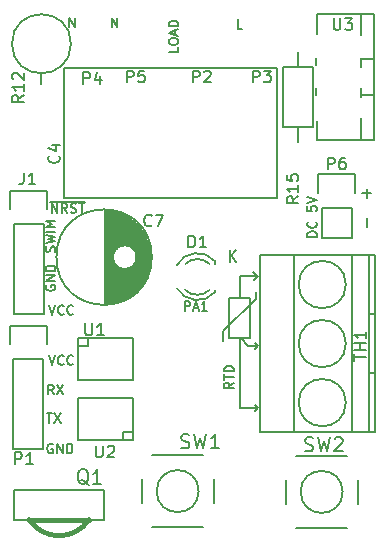
<source format=gto>
G04 #@! TF.FileFunction,Legend,Top*
%FSLAX46Y46*%
G04 Gerber Fmt 4.6, Leading zero omitted, Abs format (unit mm)*
G04 Created by KiCad (PCBNEW 4.0.2+e4-6225~38~ubuntu16.04.1-stable) date Tue 21 Jun 2016 12:08:32 PM HKT*
%MOMM*%
G01*
G04 APERTURE LIST*
%ADD10C,0.100000*%
%ADD11C,0.200000*%
%ADD12C,0.203200*%
%ADD13C,0.150000*%
%ADD14C,0.127000*%
%ADD15C,0.406400*%
G04 APERTURE END LIST*
D10*
D11*
X21272500Y10985500D02*
X21018500Y10731500D01*
X21272500Y10985500D02*
X21018500Y11239500D01*
X21272500Y16256000D02*
X21018500Y16002000D01*
X21272500Y16256000D02*
X21018500Y16510000D01*
X21272500Y22161500D02*
X20955000Y21844000D01*
X21209000Y22161500D02*
X20891500Y22479000D01*
X19221405Y13131857D02*
X18840452Y12865190D01*
X19221405Y12674714D02*
X18421405Y12674714D01*
X18421405Y12979476D01*
X18459500Y13055667D01*
X18497595Y13093762D01*
X18573786Y13131857D01*
X18688071Y13131857D01*
X18764262Y13093762D01*
X18802357Y13055667D01*
X18840452Y12979476D01*
X18840452Y12674714D01*
X18421405Y13360428D02*
X18421405Y13817571D01*
X19221405Y13589000D02*
X18421405Y13589000D01*
X19221405Y14084238D02*
X18421405Y14084238D01*
X18421405Y14274714D01*
X18459500Y14389000D01*
X18535690Y14465191D01*
X18611881Y14503286D01*
X18764262Y14541381D01*
X18878548Y14541381D01*
X19030929Y14503286D01*
X19107119Y14465191D01*
X19183310Y14389000D01*
X19221405Y14274714D01*
X19221405Y14084238D01*
X21082000Y20193000D02*
X21082000Y20764500D01*
X18351500Y17462500D02*
X18351500Y16637000D01*
X21082000Y20193000D02*
X18351500Y17462500D01*
X20447000Y16256000D02*
X21145500Y16256000D01*
X19812000Y16891000D02*
X20447000Y16256000D01*
X19748500Y10985500D02*
X21145500Y10985500D01*
X19748500Y16954500D02*
X19748500Y10985500D01*
X20574000Y20320000D02*
X19685000Y20320000D01*
X20574000Y16891000D02*
X20574000Y20320000D01*
X18859500Y16891000D02*
X20574000Y16891000D01*
X18859500Y20320000D02*
X18859500Y16891000D01*
X19748500Y20320000D02*
X18859500Y20320000D01*
X19748500Y22161500D02*
X19748500Y20320000D01*
X21272500Y22161500D02*
X19748500Y22161500D01*
X30487929Y26289048D02*
X30487929Y27050953D01*
X30487929Y28765548D02*
X30487929Y29527453D01*
X30868881Y29146501D02*
X30106976Y29146501D01*
X26269905Y25476405D02*
X25469905Y25476405D01*
X25469905Y25666881D01*
X25508000Y25781167D01*
X25584190Y25857358D01*
X25660381Y25895453D01*
X25812762Y25933548D01*
X25927048Y25933548D01*
X26079429Y25895453D01*
X26155619Y25857358D01*
X26231810Y25781167D01*
X26269905Y25666881D01*
X26269905Y25476405D01*
X26193714Y26733548D02*
X26231810Y26695453D01*
X26269905Y26581167D01*
X26269905Y26504977D01*
X26231810Y26390691D01*
X26155619Y26314500D01*
X26079429Y26276405D01*
X25927048Y26238310D01*
X25812762Y26238310D01*
X25660381Y26276405D01*
X25584190Y26314500D01*
X25508000Y26390691D01*
X25469905Y26504977D01*
X25469905Y26581167D01*
X25508000Y26695453D01*
X25546095Y26733548D01*
X25469905Y28066882D02*
X25469905Y27685929D01*
X25850857Y27647834D01*
X25812762Y27685929D01*
X25774667Y27762120D01*
X25774667Y27952596D01*
X25812762Y28028786D01*
X25850857Y28066882D01*
X25927048Y28104977D01*
X26117524Y28104977D01*
X26193714Y28066882D01*
X26231810Y28028786D01*
X26269905Y27952596D01*
X26269905Y27762120D01*
X26231810Y27685929D01*
X26193714Y27647834D01*
X25469905Y28333548D02*
X26269905Y28600215D01*
X25469905Y28866882D01*
X14522405Y41503715D02*
X14522405Y41122762D01*
X13722405Y41122762D01*
X13722405Y41922762D02*
X13722405Y42075143D01*
X13760500Y42151334D01*
X13836690Y42227524D01*
X13989071Y42265619D01*
X14255738Y42265619D01*
X14408119Y42227524D01*
X14484310Y42151334D01*
X14522405Y42075143D01*
X14522405Y41922762D01*
X14484310Y41846572D01*
X14408119Y41770381D01*
X14255738Y41732286D01*
X13989071Y41732286D01*
X13836690Y41770381D01*
X13760500Y41846572D01*
X13722405Y41922762D01*
X14293833Y42570381D02*
X14293833Y42951333D01*
X14522405Y42494190D02*
X13722405Y42760857D01*
X14522405Y43027524D01*
X14522405Y43294190D02*
X13722405Y43294190D01*
X13722405Y43484666D01*
X13760500Y43598952D01*
X13836690Y43675143D01*
X13912881Y43713238D01*
X14065262Y43751333D01*
X14179548Y43751333D01*
X14331929Y43713238D01*
X14408119Y43675143D01*
X14484310Y43598952D01*
X14522405Y43484666D01*
X14522405Y43294190D01*
X19932620Y43072095D02*
X19551667Y43072095D01*
X19551667Y43872095D01*
X5295929Y43199095D02*
X5295929Y43999095D01*
X5753072Y43199095D01*
X5753072Y43999095D01*
X8915429Y43199095D02*
X8915429Y43999095D01*
X9372572Y43199095D01*
X9372572Y43999095D01*
X15068667Y19196095D02*
X15068667Y19996095D01*
X15373429Y19996095D01*
X15449620Y19958000D01*
X15487715Y19919905D01*
X15525810Y19843714D01*
X15525810Y19729429D01*
X15487715Y19653238D01*
X15449620Y19615143D01*
X15373429Y19577048D01*
X15068667Y19577048D01*
X15830572Y19424667D02*
X16211524Y19424667D01*
X15754381Y19196095D02*
X16021048Y19996095D01*
X16287715Y19196095D01*
X16973429Y19196095D02*
X16516286Y19196095D01*
X16744857Y19196095D02*
X16744857Y19996095D01*
X16668667Y19881810D01*
X16592476Y19805619D01*
X16516286Y19767524D01*
X3829214Y27514595D02*
X3829214Y28314595D01*
X4286357Y27514595D01*
X4286357Y28314595D01*
X5124452Y27514595D02*
X4857785Y27895548D01*
X4667309Y27514595D02*
X4667309Y28314595D01*
X4972071Y28314595D01*
X5048262Y28276500D01*
X5086357Y28238405D01*
X5124452Y28162214D01*
X5124452Y28047929D01*
X5086357Y27971738D01*
X5048262Y27933643D01*
X4972071Y27895548D01*
X4667309Y27895548D01*
X5429214Y27552690D02*
X5543500Y27514595D01*
X5733976Y27514595D01*
X5810166Y27552690D01*
X5848262Y27590786D01*
X5886357Y27666976D01*
X5886357Y27743167D01*
X5848262Y27819357D01*
X5810166Y27857452D01*
X5733976Y27895548D01*
X5581595Y27933643D01*
X5505404Y27971738D01*
X5467309Y28009833D01*
X5429214Y28086024D01*
X5429214Y28162214D01*
X5467309Y28238405D01*
X5505404Y28276500D01*
X5581595Y28314595D01*
X5772071Y28314595D01*
X5886357Y28276500D01*
X6114928Y28314595D02*
X6572071Y28314595D01*
X6343500Y27514595D02*
X6343500Y28314595D01*
X3638738Y28452500D02*
X6648262Y28452500D01*
X4070310Y24193667D02*
X4108405Y24307953D01*
X4108405Y24498429D01*
X4070310Y24574619D01*
X4032214Y24612715D01*
X3956024Y24650810D01*
X3879833Y24650810D01*
X3803643Y24612715D01*
X3765548Y24574619D01*
X3727452Y24498429D01*
X3689357Y24346048D01*
X3651262Y24269857D01*
X3613167Y24231762D01*
X3536976Y24193667D01*
X3460786Y24193667D01*
X3384595Y24231762D01*
X3346500Y24269857D01*
X3308405Y24346048D01*
X3308405Y24536524D01*
X3346500Y24650810D01*
X3308405Y24917477D02*
X4108405Y25107953D01*
X3536976Y25260334D01*
X4108405Y25412715D01*
X3308405Y25603191D01*
X4108405Y25907953D02*
X3308405Y25907953D01*
X4108405Y26288905D02*
X3308405Y26288905D01*
X3879833Y26555572D01*
X3308405Y26822239D01*
X4108405Y26822239D01*
X3346500Y21361477D02*
X3308405Y21285286D01*
X3308405Y21171001D01*
X3346500Y21056715D01*
X3422690Y20980524D01*
X3498881Y20942429D01*
X3651262Y20904334D01*
X3765548Y20904334D01*
X3917929Y20942429D01*
X3994119Y20980524D01*
X4070310Y21056715D01*
X4108405Y21171001D01*
X4108405Y21247191D01*
X4070310Y21361477D01*
X4032214Y21399572D01*
X3765548Y21399572D01*
X3765548Y21247191D01*
X4108405Y21742429D02*
X3308405Y21742429D01*
X4108405Y22199572D01*
X3308405Y22199572D01*
X4108405Y22580524D02*
X3308405Y22580524D01*
X3308405Y22771000D01*
X3346500Y22885286D01*
X3422690Y22961477D01*
X3498881Y22999572D01*
X3651262Y23037667D01*
X3765548Y23037667D01*
X3917929Y22999572D01*
X3994119Y22961477D01*
X4070310Y22885286D01*
X4108405Y22771000D01*
X4108405Y22580524D01*
X3568833Y19678595D02*
X3835500Y18878595D01*
X4102167Y19678595D01*
X4825976Y18954786D02*
X4787881Y18916690D01*
X4673595Y18878595D01*
X4597405Y18878595D01*
X4483119Y18916690D01*
X4406928Y18992881D01*
X4368833Y19069071D01*
X4330738Y19221452D01*
X4330738Y19335738D01*
X4368833Y19488119D01*
X4406928Y19564310D01*
X4483119Y19640500D01*
X4597405Y19678595D01*
X4673595Y19678595D01*
X4787881Y19640500D01*
X4825976Y19602405D01*
X5625976Y18954786D02*
X5587881Y18916690D01*
X5473595Y18878595D01*
X5397405Y18878595D01*
X5283119Y18916690D01*
X5206928Y18992881D01*
X5168833Y19069071D01*
X5130738Y19221452D01*
X5130738Y19335738D01*
X5168833Y19488119D01*
X5206928Y19564310D01*
X5283119Y19640500D01*
X5397405Y19678595D01*
X5473595Y19678595D01*
X5587881Y19640500D01*
X5625976Y19602405D01*
X3568833Y15424095D02*
X3835500Y14624095D01*
X4102167Y15424095D01*
X4825976Y14700286D02*
X4787881Y14662190D01*
X4673595Y14624095D01*
X4597405Y14624095D01*
X4483119Y14662190D01*
X4406928Y14738381D01*
X4368833Y14814571D01*
X4330738Y14966952D01*
X4330738Y15081238D01*
X4368833Y15233619D01*
X4406928Y15309810D01*
X4483119Y15386000D01*
X4597405Y15424095D01*
X4673595Y15424095D01*
X4787881Y15386000D01*
X4825976Y15347905D01*
X5625976Y14700286D02*
X5587881Y14662190D01*
X5473595Y14624095D01*
X5397405Y14624095D01*
X5283119Y14662190D01*
X5206928Y14738381D01*
X5168833Y14814571D01*
X5130738Y14966952D01*
X5130738Y15081238D01*
X5168833Y15233619D01*
X5206928Y15309810D01*
X5283119Y15386000D01*
X5397405Y15424095D01*
X5473595Y15424095D01*
X5587881Y15386000D01*
X5625976Y15347905D01*
X3994167Y12147595D02*
X3727500Y12528548D01*
X3537024Y12147595D02*
X3537024Y12947595D01*
X3841786Y12947595D01*
X3917977Y12909500D01*
X3956072Y12871405D01*
X3994167Y12795214D01*
X3994167Y12680929D01*
X3956072Y12604738D01*
X3917977Y12566643D01*
X3841786Y12528548D01*
X3537024Y12528548D01*
X4260834Y12947595D02*
X4794167Y12147595D01*
X4794167Y12947595D02*
X4260834Y12147595D01*
X3390976Y10534595D02*
X3848119Y10534595D01*
X3619548Y9734595D02*
X3619548Y10534595D01*
X4038596Y10534595D02*
X4571929Y9734595D01*
X4571929Y10534595D02*
X4038596Y9734595D01*
X3898977Y7893000D02*
X3822786Y7931095D01*
X3708501Y7931095D01*
X3594215Y7893000D01*
X3518024Y7816810D01*
X3479929Y7740619D01*
X3441834Y7588238D01*
X3441834Y7473952D01*
X3479929Y7321571D01*
X3518024Y7245381D01*
X3594215Y7169190D01*
X3708501Y7131095D01*
X3784691Y7131095D01*
X3898977Y7169190D01*
X3937072Y7207286D01*
X3937072Y7473952D01*
X3784691Y7473952D01*
X4279929Y7131095D02*
X4279929Y7931095D01*
X4737072Y7131095D01*
X4737072Y7931095D01*
X5118024Y7131095D02*
X5118024Y7931095D01*
X5308500Y7931095D01*
X5422786Y7893000D01*
X5498977Y7816810D01*
X5537072Y7740619D01*
X5575167Y7588238D01*
X5575167Y7473952D01*
X5537072Y7321571D01*
X5498977Y7245381D01*
X5422786Y7169190D01*
X5308500Y7131095D01*
X5118024Y7131095D01*
D12*
X28829000Y6922000D02*
X24511000Y6922000D01*
X24511000Y826000D02*
X28829000Y826000D01*
X29718000Y4872000D02*
X29718000Y2858000D01*
X23622000Y4902000D02*
X23622000Y2858000D01*
X28448000Y3874000D02*
G75*
G03X28448000Y3874000I-1778000J0D01*
G01*
X16637000Y6985000D02*
X12319000Y6985000D01*
X12319000Y889000D02*
X16637000Y889000D01*
X17526000Y4935000D02*
X17526000Y2921000D01*
X11430000Y4965000D02*
X11430000Y2921000D01*
X16256000Y3937000D02*
G75*
G03X16256000Y3937000I-1778000J0D01*
G01*
D13*
X22887000Y28739200D02*
X4887000Y28739200D01*
X4887000Y28739200D02*
X4887000Y39739200D01*
X4887000Y39739200D02*
X22887000Y39739200D01*
X22887000Y39739200D02*
X22887000Y28739200D01*
X8327000Y27748000D02*
X8327000Y19750000D01*
X8467000Y27743000D02*
X8467000Y19755000D01*
X8607000Y27733000D02*
X8607000Y19765000D01*
X8747000Y27718000D02*
X8747000Y19780000D01*
X8887000Y27698000D02*
X8887000Y19800000D01*
X9027000Y27673000D02*
X9027000Y23971000D01*
X9027000Y23527000D02*
X9027000Y19825000D01*
X9167000Y27643000D02*
X9167000Y24299000D01*
X9167000Y23199000D02*
X9167000Y19855000D01*
X9307000Y27607000D02*
X9307000Y24468000D01*
X9307000Y23030000D02*
X9307000Y19891000D01*
X9447000Y27566000D02*
X9447000Y24581000D01*
X9447000Y22917000D02*
X9447000Y19932000D01*
X9587000Y27520000D02*
X9587000Y24659000D01*
X9587000Y22839000D02*
X9587000Y19978000D01*
X9727000Y27467000D02*
X9727000Y24710000D01*
X9727000Y22788000D02*
X9727000Y20031000D01*
X9867000Y27408000D02*
X9867000Y24740000D01*
X9867000Y22758000D02*
X9867000Y20090000D01*
X10007000Y27343000D02*
X10007000Y24749000D01*
X10007000Y22749000D02*
X10007000Y20155000D01*
X10147000Y27272000D02*
X10147000Y24738000D01*
X10147000Y22760000D02*
X10147000Y20226000D01*
X10287000Y27193000D02*
X10287000Y24708000D01*
X10287000Y22790000D02*
X10287000Y20305000D01*
X10427000Y27106000D02*
X10427000Y24654000D01*
X10427000Y22844000D02*
X10427000Y20392000D01*
X10567000Y27011000D02*
X10567000Y24574000D01*
X10567000Y22924000D02*
X10567000Y20487000D01*
X10707000Y26907000D02*
X10707000Y24458000D01*
X10707000Y23040000D02*
X10707000Y20591000D01*
X10847000Y26793000D02*
X10847000Y24284000D01*
X10847000Y23214000D02*
X10847000Y20705000D01*
X10987000Y26668000D02*
X10987000Y23922000D01*
X10987000Y23576000D02*
X10987000Y20830000D01*
X11127000Y26530000D02*
X11127000Y20968000D01*
X11267000Y26378000D02*
X11267000Y21120000D01*
X11407000Y26208000D02*
X11407000Y21290000D01*
X11547000Y26017000D02*
X11547000Y21481000D01*
X11687000Y25799000D02*
X11687000Y21699000D01*
X11827000Y25543000D02*
X11827000Y21955000D01*
X11967000Y25232000D02*
X11967000Y22266000D01*
X12107000Y24816000D02*
X12107000Y22682000D01*
X12247000Y23949000D02*
X12247000Y23549000D01*
X11002000Y23749000D02*
G75*
G03X11002000Y23749000I-1000000J0D01*
G01*
X12289500Y23749000D02*
G75*
G03X12289500Y23749000I-4037500J0D01*
G01*
X17649000Y23386600D02*
X17649000Y23186600D01*
X17649000Y20792600D02*
X17649000Y20972600D01*
X14421256Y21102957D02*
G75*
G03X17649000Y20786600I1727744J1003643D01*
G01*
X15096994Y20973532D02*
G75*
G03X17200000Y20972600I1052006J1133068D01*
G01*
X17636220Y23413326D02*
G75*
G03X14399000Y23066600I-1497220J-1306726D01*
G01*
X17162889Y23185853D02*
G75*
G03X15115000Y23166600I-1013889J-1079253D01*
G01*
X584000Y26568400D02*
X584000Y18948400D01*
X3124000Y26568400D02*
X3124000Y18948400D01*
X3404000Y29388400D02*
X3404000Y27838400D01*
X584000Y18948400D02*
X3124000Y18948400D01*
X3124000Y26568400D02*
X584000Y26568400D01*
X304000Y27838400D02*
X304000Y29388400D01*
X304000Y29388400D02*
X3404000Y29388400D01*
X572000Y15113000D02*
X572000Y7493000D01*
X3112000Y15113000D02*
X3112000Y7493000D01*
X3392000Y17933000D02*
X3392000Y16383000D01*
X572000Y7493000D02*
X3112000Y7493000D01*
X3112000Y15113000D02*
X572000Y15113000D01*
X292000Y16383000D02*
X292000Y17933000D01*
X292000Y17933000D02*
X3392000Y17933000D01*
D14*
X635000Y1524000D02*
X1905000Y1524000D01*
D15*
X1905000Y1524000D02*
X6985000Y1524000D01*
D14*
X6985000Y1524000D02*
X8255000Y1524000D01*
X8255000Y1524000D02*
X8255000Y4064000D01*
X8255000Y4064000D02*
X635000Y4064000D01*
X635000Y4064000D02*
X635000Y1524000D01*
D15*
X1905000Y1524000D02*
G75*
G03X6985000Y1524000I2540000J1693200D01*
G01*
D13*
X2946000Y39418260D02*
X2946000Y38417500D01*
X5445360Y41818560D02*
G75*
G03X5445360Y41818560I-2499360J0D01*
G01*
X28719000Y21430000D02*
G75*
G03X28719000Y21430000I-2000000J0D01*
G01*
X30719000Y18930000D02*
X31219000Y18930000D01*
X30719000Y13930000D02*
X31219000Y13930000D01*
X28719000Y16430000D02*
G75*
G03X28719000Y16430000I-2000000J0D01*
G01*
X28719000Y11430000D02*
G75*
G03X28719000Y11430000I-2000000J0D01*
G01*
X29219000Y8930000D02*
X29219000Y23930000D01*
X24319000Y8930000D02*
X24319000Y23930000D01*
X30719000Y8930000D02*
X30719000Y23930000D01*
X31219000Y8930000D02*
X31219000Y23930000D01*
X31219000Y23930000D02*
X21419000Y23930000D01*
X21419000Y23930000D02*
X21419000Y8930000D01*
X21419000Y8930000D02*
X31219000Y8930000D01*
X6880860Y16913860D02*
X6880860Y16212820D01*
X6880860Y16212820D02*
X6080760Y16212820D01*
X10683240Y16913860D02*
X6080760Y16913860D01*
X6080760Y16913860D02*
X6080760Y13312140D01*
X6080760Y13312140D02*
X10683240Y13312140D01*
X10683240Y13312140D02*
X10683240Y16913860D01*
X9883140Y8232140D02*
X9883140Y8933180D01*
X9883140Y8933180D02*
X10683240Y8933180D01*
X6080760Y8232140D02*
X10683240Y8232140D01*
X10683240Y8232140D02*
X10683240Y11833860D01*
X10683240Y11833860D02*
X6080760Y11833860D01*
X6080760Y11833860D02*
X6080760Y8232140D01*
X29972000Y33655000D02*
X29972000Y35560000D01*
X29972000Y38100000D02*
X29972000Y37338000D01*
X29972000Y40513000D02*
X29972000Y40640000D01*
X29972000Y40513000D02*
X29972000Y39878000D01*
X29972000Y44323000D02*
X29972000Y42545000D01*
X26289000Y44323000D02*
X26289000Y42672000D01*
X26162000Y40005000D02*
X26162000Y40640000D01*
X26162000Y37465000D02*
X26162000Y38100000D01*
X26289000Y33655000D02*
X26289000Y35306000D01*
X31115000Y40513000D02*
X29972000Y40513000D01*
X31115000Y37465000D02*
X29972000Y37465000D01*
X29972000Y33655000D02*
X26289000Y33655000D01*
X26289000Y44323000D02*
X29972000Y44323000D01*
X31115000Y33655000D02*
X29972000Y33655000D01*
X29972000Y44323000D02*
X31115000Y44323000D01*
X31115000Y38989000D02*
X31115000Y44323000D01*
X31115000Y38989000D02*
X31115000Y33655000D01*
X29210000Y27940000D02*
X29210000Y25400000D01*
X29490000Y30760000D02*
X29490000Y29210000D01*
X29210000Y27940000D02*
X26670000Y27940000D01*
X26390000Y29210000D02*
X26390000Y30760000D01*
X26390000Y30760000D02*
X29490000Y30760000D01*
X26670000Y27940000D02*
X26670000Y25400000D01*
X26670000Y25400000D02*
X29210000Y25400000D01*
X25908000Y39878000D02*
X25908000Y34798000D01*
X25908000Y34798000D02*
X23368000Y34798000D01*
X23368000Y34798000D02*
X23368000Y39878000D01*
X23368000Y39878000D02*
X25908000Y39878000D01*
X24638000Y39878000D02*
X24638000Y41148000D01*
X24638000Y34798000D02*
X24638000Y33528000D01*
X10183905Y38536619D02*
X10183905Y39536619D01*
X10564858Y39536619D01*
X10660096Y39489000D01*
X10707715Y39441381D01*
X10755334Y39346143D01*
X10755334Y39203286D01*
X10707715Y39108048D01*
X10660096Y39060429D01*
X10564858Y39012810D01*
X10183905Y39012810D01*
X11660096Y39536619D02*
X11183905Y39536619D01*
X11136286Y39060429D01*
X11183905Y39108048D01*
X11279143Y39155667D01*
X11517239Y39155667D01*
X11612477Y39108048D01*
X11660096Y39060429D01*
X11707715Y38965190D01*
X11707715Y38727095D01*
X11660096Y38631857D01*
X11612477Y38584238D01*
X11517239Y38536619D01*
X11279143Y38536619D01*
X11183905Y38584238D01*
X11136286Y38631857D01*
D14*
X25248810Y7353905D02*
X25421167Y7296452D01*
X25708429Y7296452D01*
X25823333Y7353905D01*
X25880786Y7411357D01*
X25938238Y7526262D01*
X25938238Y7641167D01*
X25880786Y7756071D01*
X25823333Y7813524D01*
X25708429Y7870976D01*
X25478619Y7928429D01*
X25363714Y7985881D01*
X25306262Y8043333D01*
X25248810Y8158238D01*
X25248810Y8273143D01*
X25306262Y8388048D01*
X25363714Y8445500D01*
X25478619Y8502952D01*
X25765881Y8502952D01*
X25938238Y8445500D01*
X26340405Y8502952D02*
X26627667Y7296452D01*
X26857477Y8158238D01*
X27087286Y7296452D01*
X27374548Y8502952D01*
X27776715Y8388048D02*
X27834167Y8445500D01*
X27949072Y8502952D01*
X28236334Y8502952D01*
X28351238Y8445500D01*
X28408691Y8388048D01*
X28466143Y8273143D01*
X28466143Y8158238D01*
X28408691Y7985881D01*
X27719262Y7296452D01*
X28466143Y7296452D01*
X14771310Y7607905D02*
X14943667Y7550452D01*
X15230929Y7550452D01*
X15345833Y7607905D01*
X15403286Y7665357D01*
X15460738Y7780262D01*
X15460738Y7895167D01*
X15403286Y8010071D01*
X15345833Y8067524D01*
X15230929Y8124976D01*
X15001119Y8182429D01*
X14886214Y8239881D01*
X14828762Y8297333D01*
X14771310Y8412238D01*
X14771310Y8527143D01*
X14828762Y8642048D01*
X14886214Y8699500D01*
X15001119Y8756952D01*
X15288381Y8756952D01*
X15460738Y8699500D01*
X15862905Y8756952D02*
X16150167Y7550452D01*
X16379977Y8412238D01*
X16609786Y7550452D01*
X16897048Y8756952D01*
X17988643Y7550452D02*
X17299215Y7550452D01*
X17643929Y7550452D02*
X17643929Y8756952D01*
X17529024Y8584595D01*
X17414119Y8469690D01*
X17299215Y8412238D01*
D13*
X4421143Y32345334D02*
X4468762Y32297715D01*
X4516381Y32154858D01*
X4516381Y32059620D01*
X4468762Y31916762D01*
X4373524Y31821524D01*
X4278286Y31773905D01*
X4087810Y31726286D01*
X3944952Y31726286D01*
X3754476Y31773905D01*
X3659238Y31821524D01*
X3564000Y31916762D01*
X3516381Y32059620D01*
X3516381Y32154858D01*
X3564000Y32297715D01*
X3611619Y32345334D01*
X3849714Y33202477D02*
X4516381Y33202477D01*
X3468762Y32964381D02*
X4183048Y32726286D01*
X4183048Y33345334D01*
X12279334Y26439857D02*
X12231715Y26392238D01*
X12088858Y26344619D01*
X11993620Y26344619D01*
X11850762Y26392238D01*
X11755524Y26487476D01*
X11707905Y26582714D01*
X11660286Y26773190D01*
X11660286Y26916048D01*
X11707905Y27106524D01*
X11755524Y27201762D01*
X11850762Y27297000D01*
X11993620Y27344619D01*
X12088858Y27344619D01*
X12231715Y27297000D01*
X12279334Y27249381D01*
X12612667Y27344619D02*
X13279334Y27344619D01*
X12850762Y26344619D01*
X15390905Y24566619D02*
X15390905Y25566619D01*
X15629000Y25566619D01*
X15771858Y25519000D01*
X15867096Y25423762D01*
X15914715Y25328524D01*
X15962334Y25138048D01*
X15962334Y24995190D01*
X15914715Y24804714D01*
X15867096Y24709476D01*
X15771858Y24614238D01*
X15629000Y24566619D01*
X15390905Y24566619D01*
X16914715Y24566619D02*
X16343286Y24566619D01*
X16629000Y24566619D02*
X16629000Y25566619D01*
X16533762Y25423762D01*
X16438524Y25328524D01*
X16343286Y25280905D01*
X18878095Y23360219D02*
X18878095Y24360219D01*
X19449524Y23360219D02*
X19020952Y23931648D01*
X19449524Y24360219D02*
X18878095Y23788790D01*
X1444667Y30900619D02*
X1444667Y30186333D01*
X1397047Y30043476D01*
X1301809Y29948238D01*
X1158952Y29900619D01*
X1063714Y29900619D01*
X2444667Y29900619D02*
X1873238Y29900619D01*
X2158952Y29900619D02*
X2158952Y30900619D01*
X2063714Y30757762D01*
X1968476Y30662524D01*
X1873238Y30614905D01*
X722405Y6215119D02*
X722405Y7215119D01*
X1103358Y7215119D01*
X1198596Y7167500D01*
X1246215Y7119881D01*
X1293834Y7024643D01*
X1293834Y6881786D01*
X1246215Y6786548D01*
X1198596Y6738929D01*
X1103358Y6691310D01*
X722405Y6691310D01*
X2246215Y6215119D02*
X1674786Y6215119D01*
X1960500Y6215119D02*
X1960500Y7215119D01*
X1865262Y7072262D01*
X1770024Y6977024D01*
X1674786Y6929405D01*
X15771905Y38536619D02*
X15771905Y39536619D01*
X16152858Y39536619D01*
X16248096Y39489000D01*
X16295715Y39441381D01*
X16343334Y39346143D01*
X16343334Y39203286D01*
X16295715Y39108048D01*
X16248096Y39060429D01*
X16152858Y39012810D01*
X15771905Y39012810D01*
X16724286Y39441381D02*
X16771905Y39489000D01*
X16867143Y39536619D01*
X17105239Y39536619D01*
X17200477Y39489000D01*
X17248096Y39441381D01*
X17295715Y39346143D01*
X17295715Y39250905D01*
X17248096Y39108048D01*
X16676667Y38536619D01*
X17295715Y38536619D01*
X20851905Y38536619D02*
X20851905Y39536619D01*
X21232858Y39536619D01*
X21328096Y39489000D01*
X21375715Y39441381D01*
X21423334Y39346143D01*
X21423334Y39203286D01*
X21375715Y39108048D01*
X21328096Y39060429D01*
X21232858Y39012810D01*
X20851905Y39012810D01*
X21756667Y39536619D02*
X22375715Y39536619D01*
X22042381Y39155667D01*
X22185239Y39155667D01*
X22280477Y39108048D01*
X22328096Y39060429D01*
X22375715Y38965190D01*
X22375715Y38727095D01*
X22328096Y38631857D01*
X22280477Y38584238D01*
X22185239Y38536619D01*
X21899524Y38536619D01*
X21804286Y38584238D01*
X21756667Y38631857D01*
X6500905Y38409619D02*
X6500905Y39409619D01*
X6881858Y39409619D01*
X6977096Y39362000D01*
X7024715Y39314381D01*
X7072334Y39219143D01*
X7072334Y39076286D01*
X7024715Y38981048D01*
X6977096Y38933429D01*
X6881858Y38885810D01*
X6500905Y38885810D01*
X7929477Y39076286D02*
X7929477Y38409619D01*
X7691381Y39457238D02*
X7453286Y38742952D01*
X8072334Y38742952D01*
D14*
X6933595Y4451048D02*
X6818690Y4508500D01*
X6703786Y4623405D01*
X6531429Y4795762D01*
X6416524Y4853214D01*
X6301619Y4853214D01*
X6359071Y4565952D02*
X6244167Y4623405D01*
X6129262Y4738310D01*
X6071810Y4968119D01*
X6071810Y5370286D01*
X6129262Y5600095D01*
X6244167Y5715000D01*
X6359071Y5772452D01*
X6588881Y5772452D01*
X6703786Y5715000D01*
X6818690Y5600095D01*
X6876143Y5370286D01*
X6876143Y4968119D01*
X6818690Y4738310D01*
X6703786Y4623405D01*
X6588881Y4565952D01*
X6359071Y4565952D01*
X8025190Y4565952D02*
X7335762Y4565952D01*
X7680476Y4565952D02*
X7680476Y5772452D01*
X7565571Y5600095D01*
X7450666Y5485190D01*
X7335762Y5427738D01*
D13*
X1468381Y37457143D02*
X992190Y37123809D01*
X1468381Y36885714D02*
X468381Y36885714D01*
X468381Y37266667D01*
X516000Y37361905D01*
X563619Y37409524D01*
X658857Y37457143D01*
X801714Y37457143D01*
X896952Y37409524D01*
X944571Y37361905D01*
X992190Y37266667D01*
X992190Y36885714D01*
X1468381Y38409524D02*
X1468381Y37838095D01*
X1468381Y38123809D02*
X468381Y38123809D01*
X611238Y38028571D01*
X706476Y37933333D01*
X754095Y37838095D01*
X563619Y38790476D02*
X516000Y38838095D01*
X468381Y38933333D01*
X468381Y39171429D01*
X516000Y39266667D01*
X563619Y39314286D01*
X658857Y39361905D01*
X754095Y39361905D01*
X896952Y39314286D01*
X1468381Y38742857D01*
X1468381Y39361905D01*
X29424381Y14970286D02*
X29424381Y15541715D01*
X30424381Y15256000D02*
X29424381Y15256000D01*
X30424381Y15875048D02*
X29424381Y15875048D01*
X29900571Y15875048D02*
X29900571Y16446477D01*
X30424381Y16446477D02*
X29424381Y16446477D01*
X30424381Y17446477D02*
X30424381Y16875048D01*
X30424381Y17160762D02*
X29424381Y17160762D01*
X29567238Y17065524D01*
X29662476Y16970286D01*
X29710095Y16875048D01*
X6667595Y18137119D02*
X6667595Y17327595D01*
X6715214Y17232357D01*
X6762833Y17184738D01*
X6858071Y17137119D01*
X7048548Y17137119D01*
X7143786Y17184738D01*
X7191405Y17232357D01*
X7239024Y17327595D01*
X7239024Y18137119D01*
X8239024Y17137119D02*
X7667595Y17137119D01*
X7953309Y17137119D02*
X7953309Y18137119D01*
X7858071Y17994262D01*
X7762833Y17899024D01*
X7667595Y17851405D01*
X7556595Y7786619D02*
X7556595Y6977095D01*
X7604214Y6881857D01*
X7651833Y6834238D01*
X7747071Y6786619D01*
X7937548Y6786619D01*
X8032786Y6834238D01*
X8080405Y6881857D01*
X8128024Y6977095D01*
X8128024Y7786619D01*
X8556595Y7691381D02*
X8604214Y7739000D01*
X8699452Y7786619D01*
X8937548Y7786619D01*
X9032786Y7739000D01*
X9080405Y7691381D01*
X9128024Y7596143D01*
X9128024Y7500905D01*
X9080405Y7358048D01*
X8508976Y6786619D01*
X9128024Y6786619D01*
X27686095Y43981619D02*
X27686095Y43172095D01*
X27733714Y43076857D01*
X27781333Y43029238D01*
X27876571Y42981619D01*
X28067048Y42981619D01*
X28162286Y43029238D01*
X28209905Y43076857D01*
X28257524Y43172095D01*
X28257524Y43981619D01*
X28638476Y43981619D02*
X29257524Y43981619D01*
X28924190Y43600667D01*
X29067048Y43600667D01*
X29162286Y43553048D01*
X29209905Y43505429D01*
X29257524Y43410190D01*
X29257524Y43172095D01*
X29209905Y43076857D01*
X29162286Y43029238D01*
X29067048Y42981619D01*
X28781333Y42981619D01*
X28686095Y43029238D01*
X28638476Y43076857D01*
X27201905Y31170619D02*
X27201905Y32170619D01*
X27582858Y32170619D01*
X27678096Y32123000D01*
X27725715Y32075381D01*
X27773334Y31980143D01*
X27773334Y31837286D01*
X27725715Y31742048D01*
X27678096Y31694429D01*
X27582858Y31646810D01*
X27201905Y31646810D01*
X28630477Y32170619D02*
X28440000Y32170619D01*
X28344762Y32123000D01*
X28297143Y32075381D01*
X28201905Y31932524D01*
X28154286Y31742048D01*
X28154286Y31361095D01*
X28201905Y31265857D01*
X28249524Y31218238D01*
X28344762Y31170619D01*
X28535239Y31170619D01*
X28630477Y31218238D01*
X28678096Y31265857D01*
X28725715Y31361095D01*
X28725715Y31599190D01*
X28678096Y31694429D01*
X28630477Y31742048D01*
X28535239Y31789667D01*
X28344762Y31789667D01*
X28249524Y31742048D01*
X28201905Y31694429D01*
X28154286Y31599190D01*
X24709381Y28884643D02*
X24233190Y28551309D01*
X24709381Y28313214D02*
X23709381Y28313214D01*
X23709381Y28694167D01*
X23757000Y28789405D01*
X23804619Y28837024D01*
X23899857Y28884643D01*
X24042714Y28884643D01*
X24137952Y28837024D01*
X24185571Y28789405D01*
X24233190Y28694167D01*
X24233190Y28313214D01*
X24709381Y29837024D02*
X24709381Y29265595D01*
X24709381Y29551309D02*
X23709381Y29551309D01*
X23852238Y29456071D01*
X23947476Y29360833D01*
X23995095Y29265595D01*
X23709381Y30741786D02*
X23709381Y30265595D01*
X24185571Y30217976D01*
X24137952Y30265595D01*
X24090333Y30360833D01*
X24090333Y30598929D01*
X24137952Y30694167D01*
X24185571Y30741786D01*
X24280810Y30789405D01*
X24518905Y30789405D01*
X24614143Y30741786D01*
X24661762Y30694167D01*
X24709381Y30598929D01*
X24709381Y30360833D01*
X24661762Y30265595D01*
X24614143Y30217976D01*
M02*

</source>
